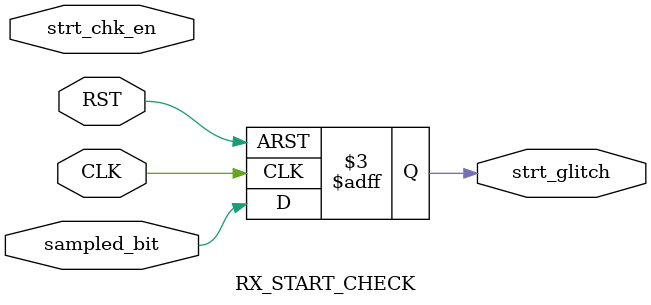
<source format=v>
module RX_START_CHECK (
    input wire CLK,
    input wire RST,
    input wire strt_chk_en,
    input wire sampled_bit,
    output reg strt_glitch
);
    
    always @(posedge CLK or negedge RST) begin
        if (~RST) begin
            strt_glitch <= 'b0;
        end
        else begin
            // bit sampled = 1 means it was a glitch
            strt_glitch <= sampled_bit;
        end
    end
endmodule
</source>
